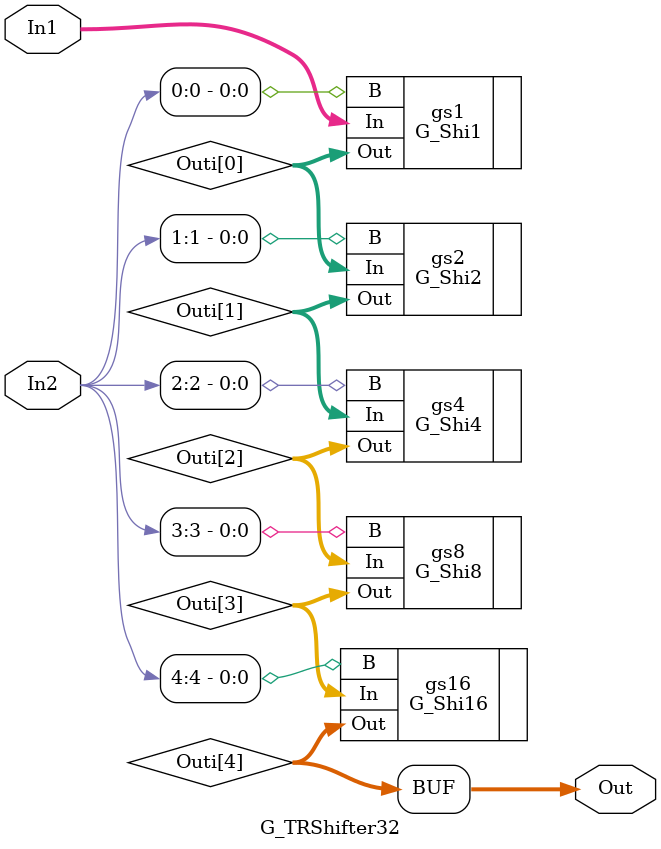
<source format=v>
`timescale 1ns / 1ps

// 门级32位逻辑右移（用于截断，去除使能信号）
module G_TRShifter32 (
    input wire [31:0]   In1,
    input wire [4:0]   In2,
    output wire [31:0]  Out
);
    
    wire [31:0]  Outi[4:0];

    G_Shi1 gs1 (
        .In    (In1),
        .B      (In2[0]),

        .Out    (Outi[0])
    );

    G_Shi2 gs2 (
        .In    (Outi[0]),
        .B      (In2[1]),

        .Out    (Outi[1])
    );

    G_Shi4 gs4 (
        .In    (Outi[1]),
        .B      (In2[2]),

        .Out    (Outi[2])
        
    );

    G_Shi8 gs8 (
        .In    (Outi[2]),
        .B      (In2[3]),

        .Out    (Outi[3])
    );

    G_Shi16 gs16 (
        .In     (Outi[3]),
        .B      (In2[4]),

        .Out    (Outi[4])
    );

    // And Enable message

    and (Out[0],Outi[4][0]);
    and (Out[1],Outi[4][1]);
    and (Out[2],Outi[4][2]);
    and (Out[3],Outi[4][3]);
    and (Out[4],Outi[4][4]);
    and (Out[5],Outi[4][5]);
    and (Out[6],Outi[4][6]);
    and (Out[7],Outi[4][7]);
    and (Out[8],Outi[4][8]);
    and (Out[9],Outi[4][9]);
    and (Out[10],Outi[4][10]);
    and (Out[11],Outi[4][11]);
    and (Out[12],Outi[4][12]);
    and (Out[13],Outi[4][13]);
    and (Out[14],Outi[4][14]);
    and (Out[15],Outi[4][15]);
    and (Out[16],Outi[4][16]);
    and (Out[17],Outi[4][17]);
    and (Out[18],Outi[4][18]);
    and (Out[19],Outi[4][19]);
    and (Out[20],Outi[4][20]);
    and (Out[21],Outi[4][21]);
    and (Out[22],Outi[4][22]);
    and (Out[23],Outi[4][23]);
    and (Out[24],Outi[4][24]);
    and (Out[25],Outi[4][25]);
    and (Out[26],Outi[4][26]);
    and (Out[27],Outi[4][27]);
    and (Out[28],Outi[4][28]);
    and (Out[29],Outi[4][29]);
    and (Out[30],Outi[4][30]);
    and (Out[31],Outi[4][31]);

endmodule
</source>
